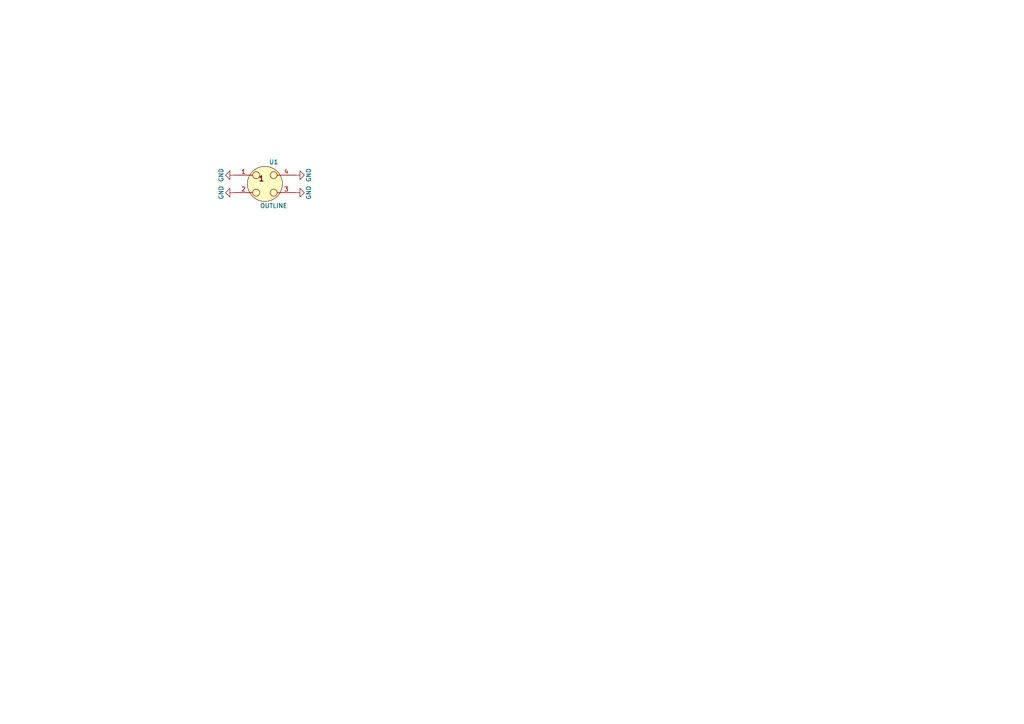
<source format=kicad_sch>
(kicad_sch (version 20230121) (generator eeschema)
  (paper "A4")
  (lib_symbols
    (symbol "Pluto-rescue:GND" (power) (pin_names (offset 0))
      (property "Value" "GND" (at 0 -3.81 0))
      (symbol "GND_0_1"
        (polyline (pts (xy 0 0) (xy 0 -1.27) (xy 1.27 -1.27) (xy 0 -2.54) (xy -1.27 -1.27) (xy 0 -1.27)))
      )
      (symbol "GND_1_1"
        (pin power_in line (at 0 0 270) (length 0) hide (name "GND") (number "1"))
      )
    )
    (symbol "Pluto-rescue:XLR4" (pin_names (offset 0.762) hide)
      (property "Reference" "J" (at 2.54 6.35 0))
      (property "Value" "XLR4" (at 2.54 -6.35 0))
      (symbol "XLR4_0_1"
        (circle (center -2.54 -2.54) (radius 1.016))
        (circle (center -2.54 2.54) (radius 1.016))
        (circle (center 0 0) (radius 5.08) (fill (type background)))
        (circle (center 2.54 -2.54) (radius 1.016))
        (circle (center 2.54 2.54) (radius 1.016))
        (text "1" (at -1.016 1.524 0) (effects (font (size 1.524 1.524) bold)))
      )
      (symbol "XLR4_1_1"
        (pin passive line (at -8.89 2.54 0) (length 5.334) (name "~") (number "1"))
        (pin passive line (at -8.89 -2.54 0) (length 5.334) (name "~") (number "2"))
        (pin passive line (at 8.89 -2.54 180) (length 5.334) (name "~") (number "3"))
        (pin passive line (at 8.89 2.54 180) (length 5.334) (name "~") (number "4"))
      )
    )
  )
  (symbol (lib_id "Pluto-rescue:XLR4") (at 76.835 53.34 0) (unit 1)
    (property "Reference" "U1" (at 79.375 46.99 0))
    (property "Value" "OUTLINE" (at 79.375 59.69 0))
  )
  (symbol (lib_id "Pluto-rescue:GND") (at 67.945 50.8 270) (unit 1)
    (property "Reference" "#PWR?" (effects hide))
    (property "Value" "GND" (at 64.135 50.8 0))
  )
  (symbol (lib_id "Pluto-rescue:GND") (at 67.945 55.88 270) (unit 1)
    (property "Reference" "#PWR?" (effects hide))
    (property "Value" "GND" (at 64.135 55.88 0))
  )
  (symbol (lib_id "Pluto-rescue:GND") (at 85.725 50.8 90) (unit 1)
    (property "Reference" "#PWR?" (effects hide))
    (property "Value" "GND" (at 89.535 50.8 0))
  )
  (symbol (lib_id "Pluto-rescue:GND") (at 85.725 55.88 90) (unit 1)
    (property "Reference" "#PWR?" (effects hide))
    (property "Value" "GND" (at 89.535 55.88 0))
  )
)
</source>
